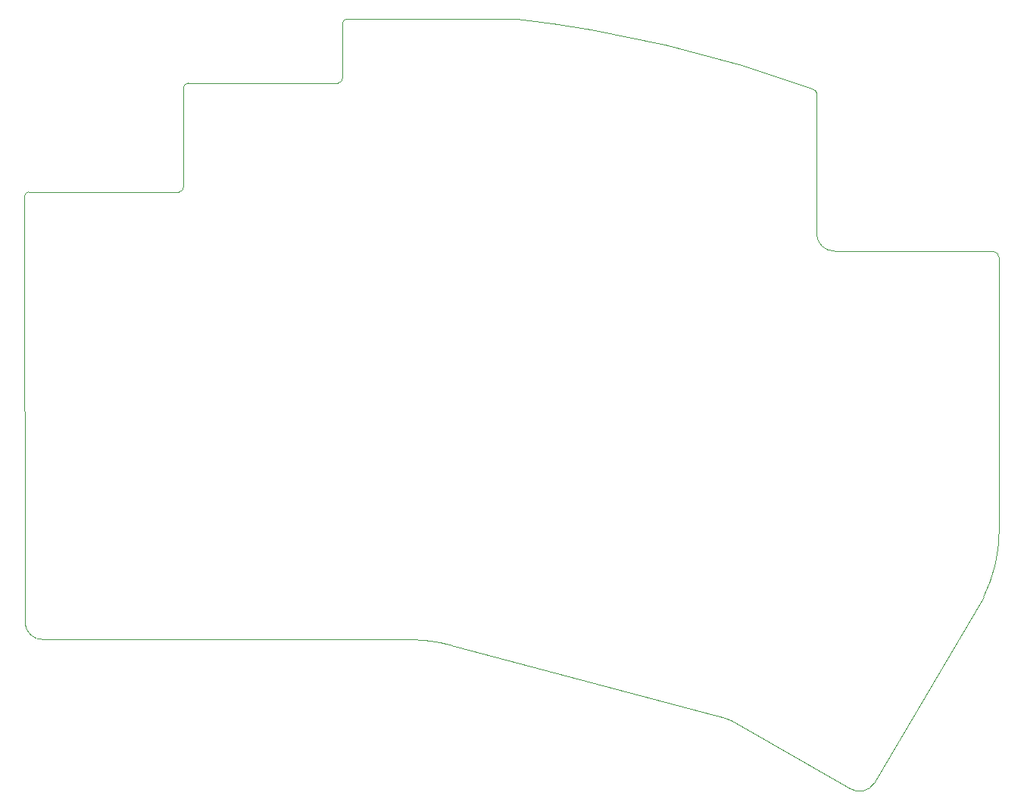
<source format=gbr>
%TF.GenerationSoftware,KiCad,Pcbnew,9.0.7*%
%TF.CreationDate,2026-02-19T17:59:39+01:00*%
%TF.ProjectId,half-swept,68616c66-2d73-4776-9570-742e6b696361,rev?*%
%TF.SameCoordinates,Original*%
%TF.FileFunction,Profile,NP*%
%FSLAX46Y46*%
G04 Gerber Fmt 4.6, Leading zero omitted, Abs format (unit mm)*
G04 Created by KiCad (PCBNEW 9.0.7) date 2026-02-19 17:59:39*
%MOMM*%
%LPD*%
G01*
G04 APERTURE LIST*
%TA.AperFunction,Profile*%
%ADD10C,0.050000*%
%TD*%
%ADD11C,0.050000*%
G04 APERTURE END LIST*
D10*
X20767993Y-88081119D02*
X62324000Y-88081119D01*
X96360000Y-96664800D02*
X66388000Y-88689200D01*
D11*
X97833200Y-97223600D02*
X97821228Y-97216772D01*
X97809002Y-97209891D01*
X97796519Y-97202957D01*
X97783775Y-97195969D01*
X97770768Y-97188928D01*
X97757495Y-97181834D01*
X97743954Y-97174687D01*
X97730140Y-97167486D01*
X97716052Y-97160232D01*
X97701686Y-97152926D01*
X97687040Y-97145566D01*
X97672112Y-97138153D01*
X97656898Y-97130687D01*
X97641395Y-97123169D01*
X97625602Y-97115599D01*
X97609516Y-97107976D01*
X97593135Y-97100301D01*
X97576455Y-97092575D01*
X97559476Y-97084798D01*
X97542194Y-97076970D01*
X97524608Y-97069091D01*
X97506715Y-97061162D01*
X97488514Y-97053184D01*
X97470004Y-97045157D01*
X97451182Y-97037082D01*
X97432047Y-97028959D01*
X97412599Y-97020789D01*
X97392835Y-97012573D01*
X97372755Y-97004311D01*
X97352358Y-96996005D01*
X97331645Y-96987656D01*
X97310614Y-96979265D01*
X97289266Y-96970832D01*
X97267601Y-96962360D01*
X97245620Y-96953849D01*
X97223324Y-96945301D01*
X97200714Y-96936718D01*
X97177793Y-96928102D01*
X97154563Y-96919453D01*
X97131026Y-96910776D01*
X97107187Y-96902070D01*
X97083048Y-96893340D01*
X97058616Y-96884588D01*
X97033896Y-96875816D01*
X97008894Y-96867028D01*
X96983617Y-96858228D01*
X96958075Y-96849418D01*
X96932278Y-96840604D01*
X96906236Y-96831789D01*
X96879962Y-96822978D01*
X96853472Y-96814178D01*
X96826781Y-96805394D01*
X96799910Y-96796633D01*
X96772881Y-96787902D01*
X96745718Y-96779211D01*
X96718452Y-96770568D01*
X96691116Y-96761985D01*
X96663751Y-96753473D01*
X96636402Y-96745048D01*
X96609126Y-96736726D01*
X96581988Y-96728526D01*
X96555068Y-96720472D01*
X96528464Y-96712591D01*
X96502299Y-96704919D01*
X96476731Y-96697500D01*
X96451967Y-96690391D01*
X96428296Y-96683670D01*
X96406140Y-96677453D01*
X96386179Y-96671920D01*
X96369708Y-96667416D01*
X96360000Y-96664800D01*
X107222045Y-27137419D02*
X107222035Y-27133194D01*
X107222005Y-27128985D01*
X107221955Y-27124785D01*
X107221886Y-27120600D01*
X107221688Y-27112265D01*
X107221411Y-27103978D01*
X107221057Y-27095740D01*
X107220624Y-27087549D01*
X107220115Y-27079406D01*
X107219528Y-27071310D01*
X107218866Y-27063261D01*
X107218127Y-27055258D01*
X107217312Y-27047301D01*
X107216422Y-27039390D01*
X107215457Y-27031525D01*
X107214418Y-27023704D01*
X107213304Y-27015928D01*
X107212115Y-27008196D01*
X107210854Y-27000508D01*
X107209518Y-26992864D01*
X107208109Y-26985263D01*
X107206628Y-26977705D01*
X107205073Y-26970190D01*
X107203446Y-26962717D01*
X107201747Y-26955286D01*
X107199976Y-26947897D01*
X107198133Y-26940550D01*
X107196218Y-26933243D01*
X107194231Y-26925978D01*
X107192173Y-26918753D01*
X107190044Y-26911569D01*
X107187844Y-26904425D01*
X107185573Y-26897320D01*
X107183230Y-26890256D01*
X107180818Y-26883231D01*
X107178334Y-26876245D01*
X107175780Y-26869299D01*
X107173156Y-26862391D01*
X107170461Y-26855522D01*
X107167696Y-26848692D01*
X107164860Y-26841900D01*
X107161954Y-26835146D01*
X107158979Y-26828430D01*
X107155932Y-26821753D01*
X107152816Y-26815113D01*
X107149630Y-26808511D01*
X107146374Y-26801947D01*
X107143047Y-26795421D01*
X107139651Y-26788932D01*
X107136184Y-26782481D01*
X107132647Y-26776068D01*
X107129041Y-26769692D01*
X107125364Y-26763354D01*
X107121617Y-26757053D01*
X107117800Y-26750790D01*
X107113913Y-26744565D01*
X107109956Y-26738378D01*
X107105929Y-26732228D01*
X107101832Y-26726117D01*
X107097665Y-26720044D01*
X107093428Y-26714009D01*
X107089121Y-26708013D01*
X107084744Y-26702056D01*
X107080297Y-26696138D01*
X107075780Y-26690259D01*
X107071194Y-26684420D01*
X107066538Y-26678620D01*
X107061813Y-26672861D01*
X107057018Y-26667142D01*
X107052155Y-26661465D01*
X107047222Y-26655829D01*
X107042221Y-26650235D01*
X107037151Y-26644683D01*
X107032013Y-26639174D01*
X107026808Y-26633709D01*
X107021535Y-26628288D01*
X107016195Y-26622912D01*
X107010789Y-26617582D01*
X107005317Y-26612298D01*
X106999780Y-26607060D01*
X106994179Y-26601871D01*
X106988514Y-26596731D01*
X106982787Y-26591641D01*
X106976997Y-26586601D01*
X106971148Y-26581614D01*
X106965238Y-26576679D01*
X106959271Y-26571799D01*
X106953248Y-26566975D01*
X106947170Y-26562209D01*
X106941040Y-26557501D01*
X106934859Y-26552853D01*
X106928630Y-26548268D01*
X106922355Y-26543747D01*
X106916038Y-26539292D01*
X106909682Y-26534905D01*
X106903291Y-26530590D01*
X106896869Y-26526347D01*
X106890421Y-26522182D01*
X106883952Y-26518096D01*
X106877469Y-26514093D01*
X106870978Y-26510177D01*
X106864488Y-26506352D01*
X106858009Y-26502622D01*
X106851551Y-26498995D01*
X106845128Y-26495475D01*
X106838754Y-26492069D01*
X106832448Y-26488786D01*
X106826234Y-26485637D01*
X106820139Y-26482631D01*
X106814199Y-26479786D01*
X106808462Y-26477119D01*
X106802994Y-26474657D01*
X106797890Y-26472435D01*
X106793304Y-26470511D01*
X106789529Y-26468990D01*
X106787290Y-26468130D01*
D10*
X54704000Y-18636000D02*
X73601600Y-18636000D01*
X54246800Y-19093200D02*
G75*
G02*
X54704000Y-18636000I457200J0D01*
G01*
X36974800Y-25798800D02*
X53688000Y-25798800D01*
X36469625Y-37432000D02*
X36466800Y-26306800D01*
X36466800Y-26306800D02*
G75*
G02*
X36974800Y-25798800I508000J0D01*
G01*
X36469625Y-37432000D02*
G75*
G02*
X35908000Y-37993625I-561625J0D01*
G01*
X54246800Y-25240000D02*
X54246800Y-19093200D01*
X54246800Y-25240000D02*
G75*
G02*
X53688000Y-25798800I-558800J0D01*
G01*
X19144000Y-37993625D02*
X35908000Y-37993625D01*
X18689625Y-38448000D02*
G75*
G02*
X19144000Y-37993625I454375J0D01*
G01*
X110938000Y-104748000D02*
X97833200Y-97223600D01*
X18689625Y-38448000D02*
X18730254Y-86245024D01*
X126885000Y-44612000D02*
G75*
G02*
X127635000Y-45362000I0J-750000D01*
G01*
X109257002Y-44614917D02*
G75*
G02*
X107222001Y-42683999I-35002J2000917D01*
G01*
X113670000Y-104149265D02*
G75*
G02*
X110938000Y-104748000I-1662000J1051265D01*
G01*
X20768000Y-88081119D02*
G75*
G02*
X18730252Y-86245024I-59750J1982509D01*
G01*
X127635000Y-45362000D02*
X127635000Y-62484000D01*
X107222001Y-42683999D02*
X107222045Y-27137419D01*
X109257002Y-44614917D02*
X126885000Y-44612000D01*
X125888304Y-83312000D02*
X113670000Y-104149265D01*
X127635000Y-75987850D02*
G75*
G02*
X125888308Y-83312002I-16773900J129950D01*
G01*
X127635000Y-62484000D02*
X127647000Y-69850000D01*
X127647000Y-69850000D02*
X127635000Y-75987850D01*
X73601600Y-18636000D02*
G75*
G02*
X106787290Y-26468130I-16257150J-143105500D01*
G01*
D11*
X66388000Y-88689200D02*
X66351033Y-88679404D01*
X66314010Y-88669676D01*
X66276933Y-88660016D01*
X66239802Y-88650425D01*
X66202617Y-88640902D01*
X66165379Y-88631447D01*
X66128090Y-88622062D01*
X66090749Y-88612746D01*
X66053358Y-88603499D01*
X66015916Y-88594323D01*
X65978426Y-88585216D01*
X65940887Y-88576179D01*
X65903301Y-88567213D01*
X65865668Y-88558318D01*
X65827989Y-88549494D01*
X65790266Y-88540741D01*
X65752499Y-88532060D01*
X65714688Y-88523451D01*
X65676835Y-88514914D01*
X65638942Y-88506449D01*
X65601008Y-88498057D01*
X65563035Y-88489738D01*
X65525024Y-88481492D01*
X65486976Y-88473319D01*
X65448892Y-88465220D01*
X65410774Y-88457195D01*
X65372622Y-88449245D01*
X65334438Y-88441369D01*
X65296223Y-88433568D01*
X65257978Y-88425843D01*
X65219705Y-88418193D01*
X65181405Y-88410618D01*
X65143079Y-88403120D01*
X65104729Y-88395698D01*
X65066356Y-88388352D01*
X65027963Y-88381084D01*
X64989549Y-88373893D01*
X64951118Y-88366780D01*
X64912671Y-88359744D01*
X64874209Y-88352787D01*
X64835734Y-88345908D01*
X64797248Y-88339108D01*
X64758753Y-88332387D01*
X64720251Y-88325746D01*
X64681745Y-88319184D01*
X64643235Y-88312703D01*
X64604724Y-88306302D01*
X64566214Y-88299982D01*
X64527708Y-88293743D01*
X64489208Y-88287586D01*
X64450717Y-88281510D01*
X64412236Y-88275517D01*
X64373769Y-88269606D01*
X64335318Y-88263778D01*
X64296886Y-88258033D01*
X64258475Y-88252371D01*
X64220090Y-88246794D01*
X64181733Y-88241301D01*
X64143406Y-88235892D01*
X64105114Y-88230569D01*
X64066860Y-88225331D01*
X64028648Y-88220178D01*
X63990481Y-88215112D01*
X63952362Y-88210133D01*
X63914297Y-88205240D01*
X63876289Y-88200434D01*
X63838343Y-88195717D01*
X63800463Y-88191087D01*
X63762654Y-88186546D01*
X63724920Y-88182093D01*
X63687268Y-88177730D01*
X63649701Y-88173457D01*
X63612227Y-88169274D01*
X63574850Y-88165181D01*
X63537578Y-88161179D01*
X63500416Y-88157269D01*
X63463371Y-88153451D01*
X63426450Y-88149724D01*
X63389661Y-88146091D01*
X63353012Y-88142551D01*
X63316511Y-88139104D01*
X63280167Y-88135751D01*
X63243989Y-88132493D01*
X63207987Y-88129330D01*
X63172172Y-88126262D01*
X63136553Y-88123290D01*
X63101145Y-88120415D01*
X63065958Y-88117637D01*
X63031006Y-88114956D01*
X62996305Y-88112372D01*
X62961868Y-88109888D01*
X62927714Y-88107502D01*
X62893860Y-88105216D01*
X62860326Y-88103030D01*
X62827132Y-88100944D01*
X62794303Y-88098959D01*
X62761863Y-88097076D01*
X62729841Y-88095295D01*
X62698268Y-88093617D01*
X62667179Y-88092042D01*
X62636612Y-88090572D01*
X62606611Y-88089205D01*
X62577227Y-88087944D01*
X62548518Y-88086788D01*
X62520551Y-88085738D01*
X62493407Y-88084795D01*
X62467181Y-88083960D01*
X62441994Y-88083232D01*
X62417997Y-88082612D01*
X62395388Y-88082101D01*
X62374445Y-88081698D01*
X62355578Y-88081404D01*
X62339481Y-88081216D01*
X62327598Y-88081130D01*
X62324000Y-88081119D01*
M02*

</source>
